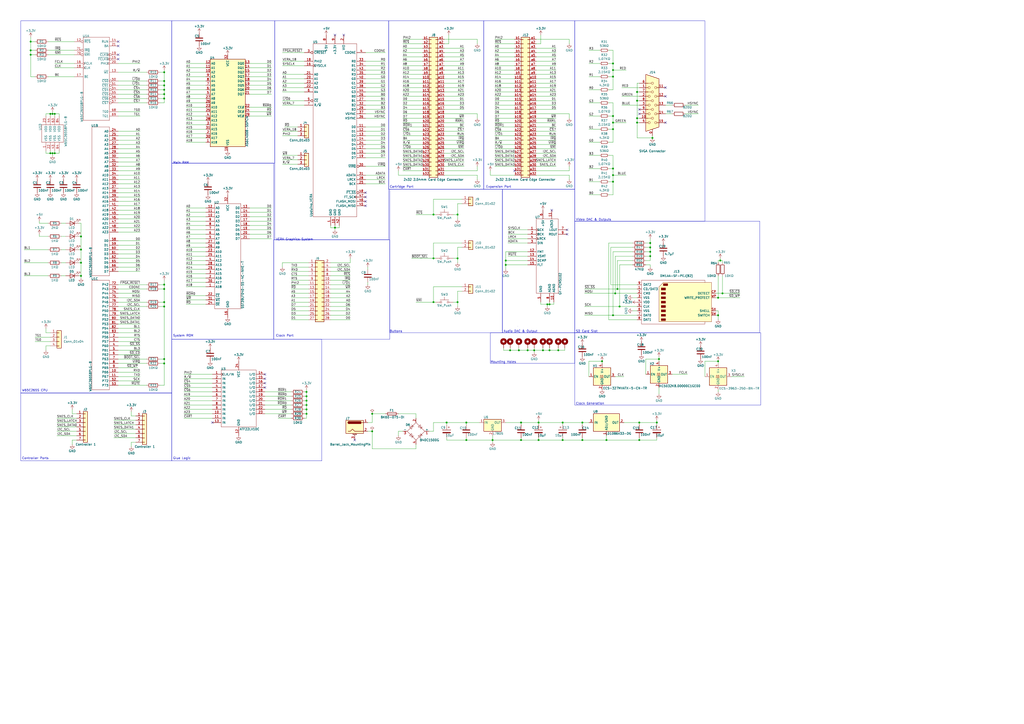
<source format=kicad_sch>
(kicad_sch
	(version 20231120)
	(generator "eeschema")
	(generator_version "8.0")
	(uuid "24268fb5-9051-453e-aa4f-3f063d8cbf81")
	(paper "A2")
	
	(junction
		(at 17.78 31.75)
		(diameter 0)
		(color 0 0 0 0)
		(uuid "0511a2a8-8e4f-4f8c-8ebc-e6ae30743f17")
	)
	(junction
		(at 251.46 124.46)
		(diameter 0)
		(color 0 0 0 0)
		(uuid "055f4555-4d71-4327-b716-65333f0b3c80")
	)
	(junction
		(at 416.56 172.72)
		(diameter 0)
		(color 0 0 0 0)
		(uuid "05f604e2-541d-4734-8204-d02b771a01f8")
	)
	(junction
		(at 29.21 88.9)
		(diameter 0)
		(color 0 0 0 0)
		(uuid "07ebd7c1-668f-488d-b46f-f7cb68c0cabb")
	)
	(junction
		(at 285.75 255.27)
		(diameter 0)
		(color 0 0 0 0)
		(uuid "091589e1-5d94-4b9c-8afb-b58c3f1d55ab")
	)
	(junction
		(at 95.25 57.15)
		(diameter 0)
		(color 0 0 0 0)
		(uuid "0b96100e-b5e7-492b-9bd4-12e23fe03fb1")
	)
	(junction
		(at 417.83 151.13)
		(diameter 0)
		(color 0 0 0 0)
		(uuid "0cc19e3e-fc66-43df-9452-f28966d9d9b9")
	)
	(junction
		(at 95.25 208.28)
		(diameter 0)
		(color 0 0 0 0)
		(uuid "0ed27ab3-8d38-4144-be11-7325d24d990b")
	)
	(junction
		(at 293.37 151.13)
		(diameter 0)
		(color 0 0 0 0)
		(uuid "12d8bc6c-7a73-4d6e-9a2a-f0d88ea377ae")
	)
	(junction
		(at 194.31 132.08)
		(diameter 0)
		(color 0 0 0 0)
		(uuid "165a8620-cc52-4dab-809d-64ee0df4fe09")
	)
	(junction
		(at 355.6 40.64)
		(diameter 0)
		(color 0 0 0 0)
		(uuid "16c74f7b-980d-4ed2-88fd-9ab87bb14bd1")
	)
	(junction
		(at 270.51 245.11)
		(diameter 0)
		(color 0 0 0 0)
		(uuid "179fff3a-e003-463d-8d86-4c95be61be12")
	)
	(junction
		(at 369.57 68.58)
		(diameter 0)
		(color 0 0 0 0)
		(uuid "1e5ba76c-72b1-441b-9fb0-ef4a8a1a4dba")
	)
	(junction
		(at 95.25 167.64)
		(diameter 0)
		(color 0 0 0 0)
		(uuid "1e7138a2-c2a9-4b0a-85df-95dc3af91b06")
	)
	(junction
		(at 270.51 255.27)
		(diameter 0)
		(color 0 0 0 0)
		(uuid "2c5258ef-3ca6-4bc4-98e0-4bc3aac69e49")
	)
	(junction
		(at 377.19 143.51)
		(diameter 0)
		(color 0 0 0 0)
		(uuid "2e035fc3-8bc2-4201-8be6-075927b02d56")
	)
	(junction
		(at 293.37 153.67)
		(diameter 0)
		(color 0 0 0 0)
		(uuid "3461c7e6-54cf-4f66-978e-2e1737befde6")
	)
	(junction
		(at 318.77 176.53)
		(diameter 0)
		(color 0 0 0 0)
		(uuid "3783c288-3d0f-4aa0-a370-200ec8aff10c")
	)
	(junction
		(at 302.26 245.11)
		(diameter 0)
		(color 0 0 0 0)
		(uuid "3e3b8706-7185-45ef-8e32-ea665279af52")
	)
	(junction
		(at 177.8 240.03)
		(diameter 0)
		(color 0 0 0 0)
		(uuid "404b6080-2ebd-4700-a068-0ca55160176a")
	)
	(junction
		(at 355.6 67.31)
		(diameter 0)
		(color 0 0 0 0)
		(uuid "48daedbf-cb31-4428-97d5-e4f8a82feaae")
	)
	(junction
		(at 251.46 175.26)
		(diameter 0)
		(color 0 0 0 0)
		(uuid "4a114abf-1118-4789-a166-3d00a70d3984")
	)
	(junction
		(at 215.9 250.19)
		(diameter 0)
		(color 0 0 0 0)
		(uuid "4b2576c1-c304-4541-9a5d-25a299bd215d")
	)
	(junction
		(at 359.41 177.8)
		(diameter 0)
		(color 0 0 0 0)
		(uuid "4c355ad5-3043-41c8-a82f-ab065dcf09e9")
	)
	(junction
		(at 95.25 54.61)
		(diameter 0)
		(color 0 0 0 0)
		(uuid "4cf2456d-85c1-4dfe-8b61-78a65a64e07f")
	)
	(junction
		(at 30.48 66.04)
		(diameter 0)
		(color 0 0 0 0)
		(uuid "514b94c8-5cf1-4ebb-b377-2ae3ba527c3e")
	)
	(junction
		(at 95.25 41.91)
		(diameter 0)
		(color 0 0 0 0)
		(uuid "55edda16-0e77-4be2-a973-006669076d79")
	)
	(junction
		(at 377.19 148.59)
		(diameter 0)
		(color 0 0 0 0)
		(uuid "5ba6f890-e8f3-4fe5-b65e-57d7bd225414")
	)
	(junction
		(at 312.42 255.27)
		(diameter 0)
		(color 0 0 0 0)
		(uuid "5c77fc39-9937-4839-8ab9-a8ec05f01632")
	)
	(junction
		(at 326.39 245.11)
		(diameter 0)
		(color 0 0 0 0)
		(uuid "5ceaa7a9-27e2-4c5e-8a03-bafd5d8d8f9e")
	)
	(junction
		(at 355.6 182.88)
		(diameter 0)
		(color 0 0 0 0)
		(uuid "5e560022-889e-4df6-872f-d0ca772a7b7f")
	)
	(junction
		(at 369.57 53.34)
		(diameter 0)
		(color 0 0 0 0)
		(uuid "5f153c3e-885c-440c-9da3-1c3e38ea305a")
	)
	(junction
		(at 302.26 255.27)
		(diameter 0)
		(color 0 0 0 0)
		(uuid "63241004-4f06-4912-aed5-19a87e3f48e2")
	)
	(junction
		(at 177.8 227.33)
		(diameter 0)
		(color 0 0 0 0)
		(uuid "647f9f6a-163e-4096-a9a8-32eb2b14c02e")
	)
	(junction
		(at 251.46 149.86)
		(diameter 0)
		(color 0 0 0 0)
		(uuid "6688481a-bb1d-4a7d-bb48-103296663e29")
	)
	(junction
		(at 95.25 210.82)
		(diameter 0)
		(color 0 0 0 0)
		(uuid "6854cd79-4d82-4506-83f0-9c13e5ff5a88")
	)
	(junction
		(at 265.43 175.26)
		(diameter 0)
		(color 0 0 0 0)
		(uuid "68e5833d-8495-41b5-a662-1c727c7cdabf")
	)
	(junction
		(at 29.21 66.04)
		(diameter 0)
		(color 0 0 0 0)
		(uuid "6c204841-57f7-4b89-96c7-81b1bd36d8d5")
	)
	(junction
		(at 177.8 237.49)
		(diameter 0)
		(color 0 0 0 0)
		(uuid "6ca25e10-e790-49b6-9f88-67f4c1834a0b")
	)
	(junction
		(at 355.6 71.12)
		(diameter 0)
		(color 0 0 0 0)
		(uuid "6e453fed-44d1-4244-9415-b310efa03310")
	)
	(junction
		(at 377.19 146.05)
		(diameter 0)
		(color 0 0 0 0)
		(uuid "7249232a-2cd5-47bd-82f2-d251e1fc720c")
	)
	(junction
		(at 259.08 245.11)
		(diameter 0)
		(color 0 0 0 0)
		(uuid "750f816e-4220-44c6-b831-ec4fc9cf89d3")
	)
	(junction
		(at 17.78 24.13)
		(diameter 0)
		(color 0 0 0 0)
		(uuid "76a3a812-a8f9-455a-8936-0d1b3c209f68")
	)
	(junction
		(at 31.75 88.9)
		(diameter 0)
		(color 0 0 0 0)
		(uuid "7a7956fa-0cbe-46bc-a668-612cef11308b")
	)
	(junction
		(at 314.96 203.2)
		(diameter 0)
		(color 0 0 0 0)
		(uuid "7bd8b1ae-fa79-4ee4-a745-fc9606a9db08")
	)
	(junction
		(at 177.8 232.41)
		(diameter 0)
		(color 0 0 0 0)
		(uuid "7c4e6792-0f28-444f-bbe8-c6720c534179")
	)
	(junction
		(at 95.25 46.99)
		(diameter 0)
		(color 0 0 0 0)
		(uuid "7cd24309-e546-47a8-975f-197650bf6472")
	)
	(junction
		(at 317.5 176.53)
		(diameter 0)
		(color 0 0 0 0)
		(uuid "83322db4-d4eb-47e9-bd3b-b42a5c83d9a7")
	)
	(junction
		(at 355.6 97.79)
		(diameter 0)
		(color 0 0 0 0)
		(uuid "84fe340a-3ba6-42a8-bd21-f62a26ecb342")
	)
	(junction
		(at 46.99 137.16)
		(diameter 0)
		(color 0 0 0 0)
		(uuid "86619b1e-171d-4155-8428-ba1db09fe86c")
	)
	(junction
		(at 318.77 203.2)
		(diameter 0)
		(color 0 0 0 0)
		(uuid "891d2ba3-67c0-40c7-b2fe-f49b4122d6b4")
	)
	(junction
		(at 419.1 170.18)
		(diameter 0)
		(color 0 0 0 0)
		(uuid "8954e231-0fc1-4f6d-b69b-990e1719b5f4")
	)
	(junction
		(at 326.39 255.27)
		(diameter 0)
		(color 0 0 0 0)
		(uuid "8bd11186-ee55-436b-9d54-3f464141eaee")
	)
	(junction
		(at 355.6 105.41)
		(diameter 0)
		(color 0 0 0 0)
		(uuid "8cd7531f-6ae0-44ba-9acb-9fa6380caea8")
	)
	(junction
		(at 355.6 74.93)
		(diameter 0)
		(color 0 0 0 0)
		(uuid "8eb4319d-9959-484e-8e04-17f2b2a3f931")
	)
	(junction
		(at 355.6 36.83)
		(diameter 0)
		(color 0 0 0 0)
		(uuid "8f898566-c891-4b90-9b83-253651024179")
	)
	(junction
		(at 306.07 203.2)
		(diameter 0)
		(color 0 0 0 0)
		(uuid "904b87ce-b2a2-4bfd-8774-04d4c532c42b")
	)
	(junction
		(at 265.43 149.86)
		(diameter 0)
		(color 0 0 0 0)
		(uuid "93603dce-06b5-4831-9486-a2b88254b594")
	)
	(junction
		(at 337.82 245.11)
		(diameter 0)
		(color 0 0 0 0)
		(uuid "950b2707-d863-4a03-960f-85779cc5cd54")
	)
	(junction
		(at 30.48 88.9)
		(diameter 0)
		(color 0 0 0 0)
		(uuid "961f8945-e1c5-4198-b2b9-ed989bbdc941")
	)
	(junction
		(at 95.25 165.1)
		(diameter 0)
		(color 0 0 0 0)
		(uuid "9af20d9e-a20f-4b7c-ac1f-18dead75e997")
	)
	(junction
		(at 381 245.11)
		(diameter 0)
		(color 0 0 0 0)
		(uuid "9b0bcb49-1b78-4896-9e99-d3e3d56e3e99")
	)
	(junction
		(at 356.87 170.18)
		(diameter 0)
		(color 0 0 0 0)
		(uuid "9e7d1aae-bc0f-4c30-9a2f-089acf7d4edb")
	)
	(junction
		(at 382.27 208.28)
		(diameter 0)
		(color 0 0 0 0)
		(uuid "a46a71a3-be07-45c5-8f21-fdf61ee0de11")
	)
	(junction
		(at 265.43 124.46)
		(diameter 0)
		(color 0 0 0 0)
		(uuid "abbd9e91-b2a9-4a6c-8e23-3cf0d5c6bbc0")
	)
	(junction
		(at 95.25 52.07)
		(diameter 0)
		(color 0 0 0 0)
		(uuid "ac0d1b2c-03b2-4473-8a1d-7c0320a594c2")
	)
	(junction
		(at 351.79 255.27)
		(diameter 0)
		(color 0 0 0 0)
		(uuid "b8620d1b-92c7-4772-b4c5-ae55a8ab2ae7")
	)
	(junction
		(at 369.57 71.12)
		(diameter 0)
		(color 0 0 0 0)
		(uuid "b98a5dd7-a179-4331-8d1c-d479900f1de3")
	)
	(junction
		(at 355.6 101.6)
		(diameter 0)
		(color 0 0 0 0)
		(uuid "bf1bd817-918d-458e-9214-73a7391400b0")
	)
	(junction
		(at 370.84 255.27)
		(diameter 0)
		(color 0 0 0 0)
		(uuid "c6d81014-6c57-4e5b-bd8e-db09d41c9b24")
	)
	(junction
		(at 95.25 175.26)
		(diameter 0)
		(color 0 0 0 0)
		(uuid "cbf3c7c8-fc23-4f56-bacf-f1126727c903")
	)
	(junction
		(at 95.25 177.8)
		(diameter 0)
		(color 0 0 0 0)
		(uuid "cc8182ce-43cc-47eb-967b-f2b35ec28b66")
	)
	(junction
		(at 378.46 80.01)
		(diameter 0)
		(color 0 0 0 0)
		(uuid "cffa938e-9330-49fe-85bc-ab0632354f6a")
	)
	(junction
		(at 370.84 245.11)
		(diameter 0)
		(color 0 0 0 0)
		(uuid "d2cc1cf6-5e46-4784-9c76-68f41a9a6bbf")
	)
	(junction
		(at 312.42 245.11)
		(diameter 0)
		(color 0 0 0 0)
		(uuid "d3d7fd4e-03d3-4acb-a74d-3f60128d37c7")
	)
	(junction
		(at 177.8 229.87)
		(diameter 0)
		(color 0 0 0 0)
		(uuid "d63ba307-fcea-4194-8efb-5804906d5429")
	)
	(junction
		(at 31.75 66.04)
		(diameter 0)
		(color 0 0 0 0)
		(uuid "d653e696-9f7a-427c-89a7-72f82fcefb8c")
	)
	(junction
		(at 46.99 160.02)
		(diameter 0)
		(color 0 0 0 0)
		(uuid "d70b4362-6c6a-46cb-83ba-f00d10c53bf2")
	)
	(junction
		(at 46.99 152.4)
		(diameter 0)
		(color 0 0 0 0)
		(uuid "d7526542-5fe1-4dec-838e-269ad00762b1")
	)
	(junction
		(at 309.88 203.2)
		(diameter 0)
		(color 0 0 0 0)
		(uuid "db0edadb-055b-4198-b3c3-87ac5ed02800")
	)
	(junction
		(at 377.19 140.97)
		(diameter 0)
		(color 0 0 0 0)
		(uuid "dd12048d-ff5c-46fe-8b3f-904f5a91631d")
	)
	(junction
		(at 17.78 29.21)
		(diameter 0)
		(color 0 0 0 0)
		(uuid "dee3f5b7-f912-462d-9631-320198e268ce")
	)
	(junction
		(at 300.99 203.2)
		(diameter 0)
		(color 0 0 0 0)
		(uuid "e13ff97c-140b-40a6-af45-e7fec335d789")
	)
	(junction
		(at 355.6 44.45)
		(diameter 0)
		(color 0 0 0 0)
		(uuid "e3d0bf08-2780-43dd-bee9-d330daacc64a")
	)
	(junction
		(at 177.8 234.95)
		(diameter 0)
		(color 0 0 0 0)
		(uuid "e946bb44-3418-4254-98d4-529bf553bb3b")
	)
	(junction
		(at 337.82 255.27)
		(diameter 0)
		(color 0 0 0 0)
		(uuid "ec009019-9b3b-43ba-807c-a9a21d66a470")
	)
	(junction
		(at 295.91 203.2)
		(diameter 0)
		(color 0 0 0 0)
		(uuid "ed47234c-d1fc-4786-a530-1097f5d0097b")
	)
	(junction
		(at 416.56 182.88)
		(diameter 0)
		(color 0 0 0 0)
		(uuid "eda29677-3b25-443a-b600-11824bd5bd78")
	)
	(junction
		(at 323.85 203.2)
		(diameter 0)
		(color 0 0 0 0)
		(uuid "f6c37868-90e6-4b71-b24c-e7ac97761298")
	)
	(junction
		(at 358.14 167.64)
		(diameter 0)
		(color 0 0 0 0)
		(uuid "f7914ead-e636-4321-b5db-363d304845ac")
	)
	(junction
		(at 215.9 240.03)
		(diameter 0)
		(color 0 0 0 0)
		(uuid "f91ee6f8-103c-4c4c-80f9-baccf6004709")
	)
	(junction
		(at 95.25 49.53)
		(diameter 0)
		(color 0 0 0 0)
		(uuid "f993eccf-d12c-4fc6-95cf-5100f3772d3f")
	)
	(junction
		(at 369.57 58.42)
		(diameter 0)
		(color 0 0 0 0)
		(uuid "f9d0fd5f-8871-465c-ab7a-b5b30d120d2c")
	)
	(junction
		(at 46.99 144.78)
		(diameter 0)
		(color 0 0 0 0)
		(uuid "f9e54583-96ee-4add-ae7d-9bb6223a42b9")
	)
	(junction
		(at 416.56 209.55)
		(diameter 0)
		(color 0 0 0 0)
		(uuid "fa9a871a-e8e1-44af-a7e4-51693009357f")
	)
	(junction
		(at 349.25 209.55)
		(diameter 0)
		(color 0 0 0 0)
		(uuid "fcbe6abf-ec66-4f87-9c17-ec17485c7d2c")
	)
	(no_connect
		(at 68.58 24.13)
		(uuid "1df3732e-bddf-4017-9b42-4d48efd31c62")
	)
	(no_connect
		(at 68.58 34.29)
		(uuid "217c8fba-bd1b-4d31-86cb-b14efaa13359")
	)
	(no_connect
		(at 153.67 222.25)
		(uuid "30c6b9c7-0b3a-42c4-9656-4d8c95f7e3ae")
	)
	(no_connect
		(at 328.93 135.89)
		(uuid "35cd9c3c-ab2f-45b4-bac3-f806156d3198")
	)
	(no_connect
		(at 68.58 31.75)
		(uuid "3ed7b960-82e5-4219-b6c4-5de479eae73d")
	)
	(no_connect
		(at 153.67 219.71)
		(uuid "41453f3a-e045-4972-ad5f-0107512b5375")
	)
	(no_connect
		(at 386.08 71.12)
		(uuid "5c5a04f9-cb77-401c-9381-6e471ff78492")
	)
	(no_connect
		(at 199.39 20.32)
		(uuid "5c87585e-ac48-4de6-9f57-3f848beae8f3")
	)
	(no_connect
		(at 205.74 255.27)
		(uuid "621f6707-63dc-4795-9425-97ba9c4a748f")
	)
	(no_connect
		(at 153.67 224.79)
		(uuid "6a570c79-1319-4443-ac57-374ae722bd23")
	)
	(no_connect
		(at 370.84 66.04)
		(uuid "6f5d2937-2a03-4774-a09e-34619242d422")
	)
	(no_connect
		(at 298.45 99.06)
		(uuid "79038925-9ebf-4780-8b8e-cf371a20cfdc")
	)
	(no_connect
		(at 212.09 119.38)
		(uuid "7ec3c8ea-e9e8-451b-b04e-8b13b3ceed58")
	)
	(no_connect
		(at 123.19 245.11)
		(uuid "7f9d8bac-8069-453f-9677-28dc4d8ed0a2")
	)
	(no_connect
		(at 386.08 50.8)
		(uuid "8cfebd4d-7e15-4397-8d84-b888118a401a")
	)
	(no_connect
		(at 194.31 20.32)
		(uuid "948e73de-9ceb-4410-8a51-9c8c194a5332")
	)
	(no_connect
		(at 212.09 111.76)
		(uuid "96e77773-a880-4d6d-afdb-1c555f9c6499")
	)
	(no_connect
		(at 386.08 55.88)
		(uuid "a2ee946d-ff99-4a12-9f8b-ffc5ebf6fffd")
	)
	(no_connect
		(at 68.58 26.67)
		(uuid "a630df17-732d-4db3-847c-82cb8630f661")
	)
	(no_connect
		(at 328.93 133.35)
		(uuid "af404473-2aa3-47e5-955a-5b0888a4a31b")
	)
	(no_connect
		(at 212.09 116.84)
		(uuid "b623f0a3-e7b1-41a8-a77b-8c3dca25bf0f")
	)
	(no_connect
		(at 320.04 121.92)
		(uuid "b626c554-05b7-4deb-845d-f0fc90e5d200")
	)
	(no_connect
		(at 370.84 63.5)
		(uuid "c493b706-85a1-45b1-92aa-7e112063a4c4")
	)
	(no_connect
		(at 153.67 217.17)
		(uuid "ca6345c6-580d-4394-b43d-d61cc9c0af8f")
	)
	(no_connect
		(at 212.09 114.3)
		(uuid "d4222379-79f9-49e3-a7b0-5f6199aea2f7")
	)
	(wire
		(pts
			(xy 68.58 83.82) (xy 81.28 83.82)
		)
		(stroke
			(width 0)
			(type default)
		)
		(uuid "00e8741c-04f3-4a75-ba5a-774c15c27a42")
	)
	(wire
		(pts
			(xy 215.9 240.03) (xy 223.52 240.03)
		)
		(stroke
			(width 0)
			(type default)
		)
		(uuid "010437e5-4904-4d99-9850-7ffdb6f61e78")
	)
	(wire
		(pts
			(xy 179.07 185.42) (xy 168.91 185.42)
		)
		(stroke
			(width 0)
			(type default)
		)
		(uuid "01872560-228c-4041-8804-6e4e434497b4")
	)
	(wire
		(pts
			(xy 212.09 104.14) (xy 223.52 104.14)
		)
		(stroke
			(width 0)
			(type default)
		)
		(uuid "021baf42-477a-4a26-b503-bdb5071adba1")
	)
	(wire
		(pts
			(xy 355.6 97.79) (xy 355.6 101.6)
		)
		(stroke
			(width 0)
			(type default)
		)
		(uuid "023063ce-ada7-4b6e-ab71-9234b68698e3")
	)
	(wire
		(pts
			(xy 68.58 180.34) (xy 81.28 180.34)
		)
		(stroke
			(width 0)
			(type default)
		)
		(uuid "023a9ed1-f805-494e-9abd-621fa91a8795")
	)
	(wire
		(pts
			(xy 46.99 144.78) (xy 46.99 152.4)
		)
		(stroke
			(width 0)
			(type default)
		)
		(uuid "02c59dbd-bcea-490e-911e-caf94ce598a1")
	)
	(wire
		(pts
			(xy 68.58 205.74) (xy 81.28 205.74)
		)
		(stroke
			(width 0)
			(type default)
		)
		(uuid "030351d3-0418-487a-a2a4-ed4e55f1ee5d")
	)
	(wire
		(pts
			(xy 68.58 78.74) (xy 81.28 78.74)
		)
		(stroke
			(width 0)
			(type default)
		)
		(uuid "0333b4c3-45cd-4f1d-af09-92f80b6063ab")
	)
	(wire
		(pts
			(xy 27.94 31.75) (xy 43.18 31.75)
		)
		(stroke
			(width 0)
			(type default)
		)
		(uuid "033accaf-a476-42d0-bebb-a0d2a52fd4bc")
	)
	(wire
		(pts
			(xy 415.29 182.88) (xy 416.56 182.88)
		)
		(stroke
			(width 0)
			(type default)
		)
		(uuid "03cecd53-c65d-458d-8e1d-685628f3fca1")
	)
	(wire
		(pts
			(xy 161.29 242.57) (xy 168.91 242.57)
		)
		(stroke
			(width 0)
			(type default)
		)
		(uuid "04654872-c614-4810-9d7a-965304d80ea9")
	)
	(wire
		(pts
			(xy 34.29 66.04) (xy 34.29 67.31)
		)
		(stroke
			(width 0)
			(type default)
		)
		(uuid "049357a7-d4a3-4538-9f35-3ce6734e4225")
	)
	(wire
		(pts
			(xy 233.68 71.12) (xy 245.11 71.12)
		)
		(stroke
			(width 0)
			(type default)
		)
		(uuid "04af36c8-cdcc-4998-9e7a-89d90f454dd5")
	)
	(wire
		(pts
			(xy 119.38 125.73) (xy 107.95 125.73)
		)
		(stroke
			(width 0)
			(type default)
		)
		(uuid "04b0b2f5-eef2-4c4a-a915-ad259c7db278")
	)
	(wire
		(pts
			(xy 312.42 243.84) (xy 312.42 245.11)
		)
		(stroke
			(width 0)
			(type default)
		)
		(uuid "05290d75-5017-4e96-b434-23aee5d481b8")
	)
	(wire
		(pts
			(xy 68.58 46.99) (xy 85.09 46.99)
		)
		(stroke
			(width 0)
			(type default)
		)
		(uuid "05976b08-17ab-47c0-88aa-3279efbd8512")
	)
	(wire
		(pts
			(xy 119.38 54.61) (xy 107.95 54.61)
		)
		(stroke
			(width 0)
			(type default)
		)
		(uuid "05ca9267-9960-40ac-98db-3a3794f01126")
	)
	(wire
		(pts
			(xy 144.78 41.91) (xy 157.48 41.91)
		)
		(stroke
			(width 0)
			(type default)
		)
		(uuid "069e235c-2d50-4402-9cf6-7076e3bc0805")
	)
	(wire
		(pts
			(xy 311.15 22.86) (xy 330.2 22.86)
		)
		(stroke
			(width 0)
			(type default)
		)
		(uuid "0705d0a0-dc2d-4883-95fb-3bb3aa8ef3b5")
	)
	(wire
		(pts
			(xy 68.58 96.52) (xy 81.28 96.52)
		)
		(stroke
			(width 0)
			(type default)
		)
		(uuid "075d9d3f-a9b0-4ae4-b9f1-f8c213dd533d")
	)
	(wire
		(pts
			(xy 262.89 175.26) (xy 265.43 175.26)
		)
		(stroke
			(width 0)
			(type default)
		)
		(uuid "078df960-92d4-4e31-ba2b-9e920b5dfc46")
	)
	(wire
		(pts
			(xy 416.56 160.02) (xy 416.56 172.72)
		)
		(stroke
			(width 0)
			(type default)
		)
		(uuid "07c52ecc-7b93-4444-98db-4ff727d4fa8d")
	)
	(wire
		(pts
			(xy 95.25 52.07) (xy 95.25 54.61)
		)
		(stroke
			(width 0)
			(type default)
		)
		(uuid "080e1e02-380b-4f24-aa39-5c084efa8e0b")
	)
	(wire
		(pts
			(xy 119.38 171.45) (xy 107.95 171.45)
		)
		(stroke
			(width 0)
			(type default)
		)
		(uuid "083c0ffa-673f-4e0b-9288-b1b2890a2280")
	)
	(wire
		(pts
			(xy 233.68 38.1) (xy 245.11 38.1)
		)
		(stroke
			(width 0)
			(type default)
		)
		(uuid "08900f74-0584-4ef0-9050-5b2f54299f0c")
	)
	(wire
		(pts
			(xy 46.99 152.4) (xy 46.99 160.02)
		)
		(stroke
			(width 0)
			(type default)
		)
		(uuid "096770f3-32bc-4304-a2eb-d66a8df075f6")
	)
	(wire
		(pts
			(xy 408.94 209.55) (xy 408.94 218.44)
		)
		(stroke
			(width 0)
			(type default)
		)
		(uuid "09b53ecf-3e19-407e-957d-0b2e23d8d7c8")
	)
	(wire
		(pts
			(xy 22.86 128.27) (xy 22.86 129.54)
		)
		(stroke
			(width 0)
			(type default)
		)
		(uuid "09e0db46-6698-4f77-9d23-e3083172265d")
	)
	(wire
		(pts
			(xy 298.45 60.96) (xy 287.02 60.96)
		)
		(stroke
			(width 0)
			(type default)
		)
		(uuid "09f0cde8-3141-4813-843a-387f7898dbfe")
	)
	(wire
		(pts
			(xy 381 255.27) (xy 370.84 255.27)
		)
		(stroke
			(width 0)
			(type default)
		)
		(uuid "09fe04e3-3f48-446b-9175-4e0b6bdabefa")
	)
	(wire
		(pts
			(xy 292.1 201.93) (xy 292.1 203.2)
		)
		(stroke
			(width 0)
			(type default)
		)
		(uuid "0a4d0b57-7622-4977-989f-e1f4e14bb9a1")
	)
	(wire
		(pts
			(xy 212.09 48.26) (xy 223.52 48.26)
		)
		(stroke
			(width 0)
			(type default)
		)
		(uuid "0a8ac80d-bb5d-4989-9b4c-103c1c1f1ba6")
	)
	(wire
		(pts
			(xy 369.57 58.42) (xy 369.57 68.58)
		)
		(stroke
			(width 0)
			(type default)
		)
		(uuid "0aea0c35-f0e5-4f6d-b95d-1ff07619e453")
	)
	(wire
		(pts
			(xy 119.38 80.01) (xy 107.95 80.01)
		)
		(stroke
			(width 0)
			(type default)
		)
		(uuid "0b0525e7-1f72-4fdc-80ac-a52262a4ea76")
	)
	(wire
		(pts
			(xy 26.67 193.04) (xy 29.21 193.04)
		)
		(stroke
			(width 0)
			(type default)
		)
		(uuid "0b585b7d-e323-4556-8a99-2712989a4d4c")
	)
	(wire
		(pts
			(xy 13.97 152.4) (xy 27.94 152.4)
		)
		(stroke
			(width 0)
			(type default)
		)
		(uuid "0b6d62a5-35bf-4fff-85e7-16505e9f0b84")
	)
	(wire
		(pts
			(xy 203.2 149.86) (xy 203.2 152.4)
		)
		(stroke
			(width 0)
			(type default)
		)
		(uuid "0bb2776f-c070-4404-8cdd-7f47385d0837")
	)
	(wire
		(pts
			(xy 106.68 219.71) (xy 123.19 219.71)
		)
		(stroke
			(width 0)
			(type default)
		)
		(uuid "0bdeba8c-a5a1-4d7d-b08f-8d15cbe9beab")
	)
	(wire
		(pts
			(xy 262.89 149.86) (xy 265.43 149.86)
		)
		(stroke
			(width 0)
			(type default)
		)
		(uuid "0dcd0d64-a4e5-488d-bc5b-946fd7ffb567")
	)
	(wire
		(pts
			(xy 257.81 45.72) (xy 269.24 45.72)
		)
		(stroke
			(width 0)
			(type default)
		)
		(uuid "0de16e60-bf32-4b47-b564-1cbba6abf9ed")
	)
	(wire
		(pts
			(xy 38.1 144.78) (xy 35.56 144.78)
		)
		(stroke
			(width 0)
			(type default)
		)
		(uuid "0e8ca9e4-959d-4e29-80fb-32e978ed267f")
	)
	(wire
		(pts
			(xy 92.71 165.1) (xy 95.25 165.1)
		)
		(stroke
			(width 0)
			(type default)
		)
		(uuid "0ebfc9bb-d424-4a25-a6a1-5895adca6cd2")
	)
	(wire
		(pts
			(xy 76.2 241.3) (xy 78.74 241.3)
		)
		(stroke
			(width 0)
			(type default)
		)
		(uuid "1031719f-3c7e-4243-afd3-c9568ac96e18")
	)
	(wire
		(pts
			(xy 311.15 93.98) (xy 322.58 93.98)
		)
		(stroke
			(width 0)
			(type default)
		)
		(uuid "103ca820-d78b-4fc2-9d29-5ce95a9a1b19")
	)
	(wire
		(pts
			(xy 419.1 160.02) (xy 419.1 170.18)
		)
		(stroke
			(width 0)
			(type default)
		)
		(uuid "1050686a-dd7c-4319-bbcb-e78bbbb4f3b9")
	)
	(wire
		(pts
			(xy 257.81 48.26) (xy 269.24 48.26)
		)
		(stroke
			(width 0)
			(type default)
		)
		(uuid "10c38f74-2f37-42ca-9992-e8d1c9aeac99")
	)
	(wire
		(pts
			(xy 179.07 167.64) (xy 168.91 167.64)
		)
		(stroke
			(width 0)
			(type default)
		)
		(uuid "10f5b9dd-0dee-4552-be7c-0dd8c9036b28")
	)
	(wire
		(pts
			(xy 233.68 93.98) (xy 245.11 93.98)
		)
		(stroke
			(width 0)
			(type default)
		)
		(uuid
... [473931 chars truncated]
</source>
